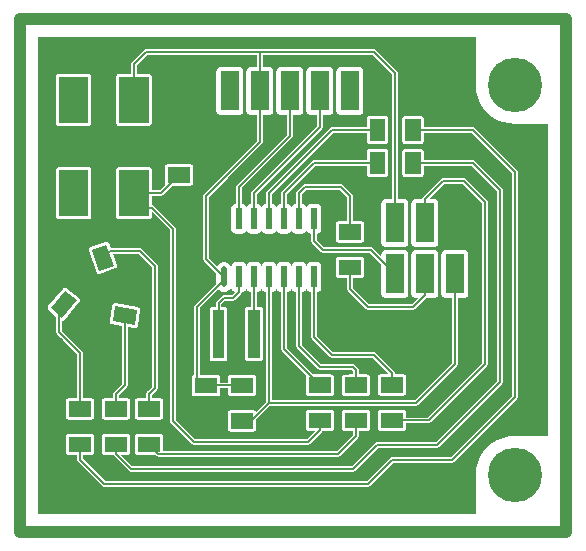
<source format=gbr>
G04 start of page 2 for group 0 idx 0 *
G04 Title: (unknown), top *
G04 Creator: pcb 20140316 *
G04 CreationDate: Wed Mar 11 08:06:14 2015 UTC *
G04 For: frankenteddy *
G04 Format: Gerber/RS-274X *
G04 PCB-Dimensions (mil): 1889.76 1771.65 *
G04 PCB-Coordinate-Origin: lower left *
%MOIN*%
%FSLAX25Y25*%
%LNTOP*%
%ADD21C,0.1772*%
%ADD20C,0.1812*%
%ADD19R,0.0200X0.0200*%
%ADD18C,0.0200*%
%ADD17R,0.0394X0.0394*%
%ADD16R,0.0984X0.0984*%
%ADD15R,0.0512X0.0512*%
%ADD14R,0.0600X0.0600*%
%ADD13C,0.0400*%
%ADD12C,0.0060*%
%ADD11C,0.0001*%
G54D11*G36*
X20974Y64600D02*X23100Y62474D01*
Y47719D01*
X20974Y47716D01*
Y64600D01*
G37*
G36*
X37695Y71785D02*X38151Y71706D01*
Y52589D01*
X37695Y52134D01*
Y71785D01*
G37*
G36*
X81500Y142166D02*X83100Y142170D01*
Y133538D01*
X81500Y131938D01*
Y142166D01*
G37*
G36*
Y162265D02*X83100D01*
Y158157D01*
X81500Y158153D01*
Y162265D01*
G37*
G36*
X126380Y121649D02*X126458Y121716D01*
X126560Y121836D01*
X126643Y121970D01*
X126703Y122115D01*
X126740Y122268D01*
X126749Y122425D01*
X126740Y130062D01*
X126703Y130215D01*
X126643Y130361D01*
X126560Y130495D01*
X126458Y130615D01*
X126380Y130681D01*
Y132649D01*
X126458Y132716D01*
X126560Y132836D01*
X126643Y132970D01*
X126703Y133115D01*
X126740Y133268D01*
X126749Y133425D01*
X126740Y141062D01*
X126703Y141215D01*
X126643Y141361D01*
X126560Y141495D01*
X126458Y141615D01*
X126380Y141681D01*
Y157513D01*
X128100Y155793D01*
Y114157D01*
X126380Y114153D01*
Y121649D01*
G37*
G36*
Y56513D02*X127100Y55793D01*
Y55719D01*
X126380Y55718D01*
Y56513D01*
G37*
G36*
X156000Y165228D02*Y152615D01*
X155965Y152165D01*
X156125Y150126D01*
X156603Y148137D01*
X157385Y146247D01*
X158454Y144503D01*
X159783Y142948D01*
X161338Y141620D01*
X163082Y140551D01*
X164972Y139768D01*
X166961Y139290D01*
X169000Y139130D01*
X169449Y139165D01*
X180063D01*
Y35165D01*
X169449D01*
X169000Y35201D01*
X168551Y35165D01*
X168000D01*
Y35122D01*
X166961Y35040D01*
X164972Y34563D01*
X163082Y33780D01*
X161338Y32711D01*
X159783Y31383D01*
X158454Y29827D01*
X157385Y28083D01*
X156603Y26194D01*
X156125Y24205D01*
X155965Y22165D01*
X156000Y21716D01*
Y9102D01*
X126380D01*
Y24273D01*
X128373Y26265D01*
X147965D01*
X148000Y26263D01*
X148141Y26274D01*
X148141Y26274D01*
X148279Y26307D01*
X148410Y26361D01*
X148531Y26435D01*
X148638Y26527D01*
X148661Y26554D01*
X169611Y47504D01*
X169638Y47527D01*
X169730Y47635D01*
X169804Y47756D01*
X169859Y47886D01*
X169892Y48024D01*
X169903Y48165D01*
X169900Y48201D01*
Y123130D01*
X169903Y123165D01*
X169892Y123306D01*
X169892Y123307D01*
X169859Y123444D01*
X169804Y123575D01*
X169730Y123696D01*
X169638Y123804D01*
X169611Y123827D01*
X155661Y137777D01*
X155638Y137804D01*
X155531Y137896D01*
X155410Y137970D01*
X155279Y138024D01*
X155141Y138057D01*
X155141Y138057D01*
X155000Y138068D01*
X154965Y138065D01*
X138553D01*
X138550Y141062D01*
X138513Y141215D01*
X138453Y141361D01*
X138370Y141495D01*
X138268Y141615D01*
X138148Y141717D01*
X138014Y141799D01*
X137869Y141859D01*
X137716Y141896D01*
X137559Y141905D01*
X132284Y141896D01*
X132131Y141859D01*
X131985Y141799D01*
X131851Y141717D01*
X131732Y141615D01*
X131629Y141495D01*
X131547Y141361D01*
X131487Y141215D01*
X131450Y141062D01*
X131441Y140905D01*
X131450Y133268D01*
X131487Y133115D01*
X131547Y132970D01*
X131629Y132836D01*
X131732Y132716D01*
X131851Y132614D01*
X131985Y132532D01*
X132131Y132471D01*
X132284Y132435D01*
X132441Y132425D01*
X137716Y132435D01*
X137869Y132471D01*
X138014Y132532D01*
X138148Y132614D01*
X138268Y132716D01*
X138370Y132836D01*
X138453Y132970D01*
X138513Y133115D01*
X138550Y133268D01*
X138559Y133425D01*
X138555Y136265D01*
X154627D01*
X168100Y122793D01*
Y48538D01*
X147627Y28065D01*
X128035D01*
X128000Y28068D01*
X127859Y28057D01*
X127721Y28024D01*
X127590Y27970D01*
X127469Y27896D01*
X127362Y27804D01*
X127339Y27777D01*
X126380Y26818D01*
Y31265D01*
X142965D01*
X143000Y31263D01*
X143141Y31274D01*
X143141Y31274D01*
X143279Y31307D01*
X143410Y31361D01*
X143531Y31435D01*
X143638Y31527D01*
X143661Y31554D01*
X164611Y52504D01*
X164638Y52527D01*
X164730Y52635D01*
X164730Y52635D01*
X164804Y52755D01*
X164859Y52886D01*
X164892Y53024D01*
X164903Y53165D01*
X164900Y53201D01*
Y117130D01*
X164903Y117165D01*
X164892Y117307D01*
X164859Y117444D01*
X164804Y117575D01*
X164759Y117649D01*
X164730Y117696D01*
X164638Y117804D01*
X164611Y117827D01*
X155661Y126777D01*
X155638Y126804D01*
X155531Y126896D01*
X155410Y126970D01*
X155279Y127024D01*
X155141Y127057D01*
X155141Y127057D01*
X155000Y127068D01*
X154965Y127065D01*
X138553D01*
X138550Y130062D01*
X138513Y130215D01*
X138453Y130361D01*
X138370Y130495D01*
X138268Y130615D01*
X138148Y130717D01*
X138014Y130799D01*
X137869Y130859D01*
X137716Y130896D01*
X137559Y130905D01*
X132284Y130896D01*
X132131Y130859D01*
X131985Y130799D01*
X131851Y130717D01*
X131732Y130615D01*
X131629Y130495D01*
X131547Y130361D01*
X131487Y130215D01*
X131450Y130062D01*
X131441Y129905D01*
X131450Y122268D01*
X131487Y122115D01*
X131547Y121970D01*
X131629Y121836D01*
X131732Y121716D01*
X131851Y121614D01*
X131985Y121532D01*
X132131Y121471D01*
X132284Y121435D01*
X132441Y121425D01*
X137716Y121435D01*
X137869Y121471D01*
X138014Y121532D01*
X138148Y121614D01*
X138268Y121716D01*
X138370Y121836D01*
X138453Y121970D01*
X138513Y122115D01*
X138550Y122268D01*
X138559Y122425D01*
X138555Y125265D01*
X154627D01*
X163100Y116793D01*
Y53538D01*
X142627Y33065D01*
X126380D01*
Y36799D01*
X131897Y36806D01*
X132050Y36842D01*
X132195Y36902D01*
X132330Y36985D01*
X132449Y37087D01*
X132552Y37207D01*
X132634Y37341D01*
X132694Y37486D01*
X132731Y37639D01*
X132740Y37796D01*
X132737Y39455D01*
X140155D01*
X140190Y39453D01*
X140331Y39464D01*
X140331Y39464D01*
X140469Y39497D01*
X140600Y39551D01*
X140721Y39625D01*
X140828Y39717D01*
X140851Y39744D01*
X159611Y58504D01*
X159638Y58527D01*
X159730Y58635D01*
X159730Y58635D01*
X159804Y58755D01*
X159859Y58886D01*
X159892Y59024D01*
X159903Y59165D01*
X159900Y59201D01*
Y113130D01*
X159903Y113165D01*
X159892Y113307D01*
X159859Y113444D01*
X159804Y113575D01*
X159759Y113649D01*
X159730Y113696D01*
X159638Y113804D01*
X159611Y113827D01*
X152661Y120777D01*
X152638Y120804D01*
X152531Y120896D01*
X152410Y120970D01*
X152279Y121024D01*
X152141Y121057D01*
X152141Y121057D01*
X152000Y121068D01*
X151965Y121065D01*
X145035D01*
X145000Y121068D01*
X144859Y121057D01*
X144721Y121024D01*
X144590Y120970D01*
X144469Y120896D01*
X144362Y120804D01*
X144339Y120777D01*
X138389Y114827D01*
X138362Y114804D01*
X138270Y114696D01*
X138196Y114575D01*
X138141Y114444D01*
X138108Y114307D01*
X138108Y114306D01*
X138097Y114165D01*
X138098Y114157D01*
X135765Y114151D01*
X135535Y114096D01*
X135317Y114006D01*
X135116Y113883D01*
X134936Y113729D01*
X134783Y113550D01*
X134659Y113348D01*
X134569Y113130D01*
X134514Y112901D01*
X134500Y112665D01*
X134514Y99430D01*
X134569Y99200D01*
X134659Y98982D01*
X134783Y98781D01*
X134936Y98601D01*
X135116Y98448D01*
X135317Y98325D01*
X135535Y98234D01*
X135765Y98179D01*
X136000Y98165D01*
X142235Y98179D01*
X142465Y98234D01*
X142683Y98325D01*
X142884Y98448D01*
X143064Y98601D01*
X143217Y98781D01*
X143341Y98982D01*
X143431Y99200D01*
X143486Y99430D01*
X143500Y99665D01*
X143486Y112901D01*
X143431Y113130D01*
X143341Y113348D01*
X143217Y113550D01*
X143064Y113729D01*
X142884Y113883D01*
X142683Y114006D01*
X142465Y114096D01*
X142235Y114151D01*
X142000Y114165D01*
X140269Y114162D01*
X145373Y119265D01*
X151627D01*
X158100Y112793D01*
Y59538D01*
X139817Y41255D01*
X132734D01*
X132731Y43071D01*
X132694Y43224D01*
X132634Y43370D01*
X132552Y43504D01*
X132449Y43624D01*
X132330Y43726D01*
X132195Y43808D01*
X132050Y43868D01*
X131897Y43905D01*
X131740Y43914D01*
X126380Y43908D01*
Y45265D01*
X135965D01*
X136000Y45263D01*
X136141Y45274D01*
X136141Y45274D01*
X136279Y45307D01*
X136410Y45361D01*
X136531Y45435D01*
X136638Y45527D01*
X136661Y45554D01*
X149611Y58504D01*
X149638Y58527D01*
X149730Y58635D01*
X149730Y58635D01*
X149804Y58755D01*
X149859Y58886D01*
X149892Y59024D01*
X149903Y59165D01*
X149900Y59201D01*
Y81174D01*
X152235Y81179D01*
X152465Y81234D01*
X152683Y81325D01*
X152884Y81448D01*
X153064Y81601D01*
X153217Y81781D01*
X153341Y81982D01*
X153431Y82200D01*
X153486Y82430D01*
X153500Y82665D01*
X153486Y95901D01*
X153431Y96130D01*
X153341Y96348D01*
X153217Y96550D01*
X153064Y96729D01*
X152884Y96883D01*
X152683Y97006D01*
X152465Y97096D01*
X152235Y97151D01*
X152000Y97165D01*
X145765Y97151D01*
X145535Y97096D01*
X145317Y97006D01*
X145116Y96883D01*
X144936Y96729D01*
X144783Y96550D01*
X144659Y96348D01*
X144569Y96130D01*
X144514Y95901D01*
X144500Y95665D01*
X144514Y82430D01*
X144569Y82200D01*
X144659Y81982D01*
X144783Y81781D01*
X144936Y81601D01*
X145116Y81448D01*
X145317Y81325D01*
X145535Y81234D01*
X145765Y81179D01*
X146000Y81165D01*
X148100Y81170D01*
Y59538D01*
X135627Y47065D01*
X126380D01*
Y48609D01*
X131897Y48616D01*
X132050Y48652D01*
X132195Y48712D01*
X132330Y48795D01*
X132449Y48897D01*
X132552Y49017D01*
X132634Y49151D01*
X132694Y49296D01*
X132731Y49449D01*
X132740Y49606D01*
X132731Y54881D01*
X132694Y55034D01*
X132634Y55180D01*
X132552Y55314D01*
X132449Y55434D01*
X132330Y55536D01*
X132195Y55618D01*
X132050Y55678D01*
X131897Y55715D01*
X131740Y55724D01*
X128900Y55721D01*
Y56130D01*
X128903Y56165D01*
X128892Y56307D01*
X128859Y56444D01*
X128804Y56575D01*
X128759Y56649D01*
X128730Y56696D01*
X128638Y56804D01*
X128611Y56827D01*
X126380Y59058D01*
Y77265D01*
X134965D01*
X135000Y77263D01*
X135141Y77274D01*
X135141Y77274D01*
X135279Y77307D01*
X135410Y77361D01*
X135531Y77435D01*
X135638Y77527D01*
X135661Y77554D01*
X139280Y81173D01*
X142235Y81179D01*
X142465Y81234D01*
X142683Y81325D01*
X142884Y81448D01*
X143064Y81601D01*
X143217Y81781D01*
X143341Y81982D01*
X143431Y82200D01*
X143486Y82430D01*
X143500Y82665D01*
X143486Y95901D01*
X143431Y96130D01*
X143341Y96348D01*
X143217Y96550D01*
X143064Y96729D01*
X142884Y96883D01*
X142683Y97006D01*
X142465Y97096D01*
X142235Y97151D01*
X142000Y97165D01*
X135765Y97151D01*
X135535Y97096D01*
X135317Y97006D01*
X135116Y96883D01*
X134936Y96729D01*
X134783Y96550D01*
X134659Y96348D01*
X134569Y96130D01*
X134514Y95901D01*
X134500Y95665D01*
X134514Y82430D01*
X134569Y82200D01*
X134659Y81982D01*
X134783Y81781D01*
X134936Y81601D01*
X135116Y81448D01*
X135317Y81325D01*
X135535Y81234D01*
X135765Y81179D01*
X136000Y81165D01*
X136729Y81167D01*
X134627Y79065D01*
X126380D01*
Y81166D01*
X132235Y81179D01*
X132465Y81234D01*
X132683Y81325D01*
X132884Y81448D01*
X133064Y81601D01*
X133217Y81781D01*
X133341Y81982D01*
X133431Y82200D01*
X133486Y82430D01*
X133500Y82665D01*
X133486Y95901D01*
X133431Y96130D01*
X133341Y96348D01*
X133217Y96550D01*
X133064Y96729D01*
X132884Y96883D01*
X132683Y97006D01*
X132465Y97096D01*
X132235Y97151D01*
X132000Y97165D01*
X126380Y97153D01*
Y98166D01*
X132235Y98179D01*
X132465Y98234D01*
X132683Y98325D01*
X132884Y98448D01*
X133064Y98601D01*
X133217Y98781D01*
X133341Y98982D01*
X133431Y99200D01*
X133486Y99430D01*
X133500Y99665D01*
X133486Y112901D01*
X133431Y113130D01*
X133341Y113348D01*
X133217Y113550D01*
X133064Y113729D01*
X132884Y113883D01*
X132683Y114006D01*
X132465Y114096D01*
X132235Y114151D01*
X132000Y114165D01*
X129900Y114161D01*
Y156130D01*
X129903Y156165D01*
X129892Y156306D01*
X129892Y156307D01*
X129859Y156444D01*
X129804Y156575D01*
X129730Y156696D01*
X129638Y156804D01*
X129611Y156827D01*
X126380Y160058D01*
Y168165D01*
X156000D01*
Y165228D01*
G37*
G36*
X126380Y160058D02*X122661Y163777D01*
X122638Y163804D01*
X122531Y163896D01*
X122484Y163924D01*
X122410Y163970D01*
X122279Y164024D01*
X122141Y164057D01*
X122000Y164068D01*
X121965Y164065D01*
X106620D01*
Y168165D01*
X126380D01*
Y160058D01*
G37*
G36*
Y141681D02*X126338Y141717D01*
X126204Y141799D01*
X126059Y141859D01*
X125906Y141896D01*
X125749Y141905D01*
X120474Y141896D01*
X120321Y141859D01*
X120175Y141799D01*
X120041Y141717D01*
X119922Y141615D01*
X119819Y141495D01*
X119737Y141361D01*
X119677Y141215D01*
X119640Y141062D01*
X119631Y140905D01*
X119634Y138065D01*
X114000D01*
Y142172D01*
X117235Y142179D01*
X117465Y142234D01*
X117683Y142325D01*
X117884Y142448D01*
X118064Y142601D01*
X118217Y142781D01*
X118341Y142982D01*
X118431Y143200D01*
X118486Y143430D01*
X118500Y143665D01*
X118486Y156901D01*
X118431Y157130D01*
X118341Y157348D01*
X118217Y157550D01*
X118064Y157729D01*
X117884Y157883D01*
X117683Y158006D01*
X117465Y158096D01*
X117235Y158151D01*
X117000Y158165D01*
X114000Y158159D01*
Y162265D01*
X121627D01*
X126380Y157513D01*
Y141681D01*
G37*
G36*
X114000Y138065D02*X108035D01*
X108000Y138068D01*
X107859Y138057D01*
X107721Y138024D01*
X107590Y137970D01*
X107469Y137896D01*
X107362Y137804D01*
X107339Y137777D01*
X106620Y137058D01*
Y142178D01*
X107235Y142179D01*
X107465Y142234D01*
X107683Y142325D01*
X107884Y142448D01*
X108064Y142601D01*
X108217Y142781D01*
X108341Y142982D01*
X108431Y143200D01*
X108486Y143430D01*
X108500Y143665D01*
X108486Y156901D01*
X108431Y157130D01*
X108341Y157348D01*
X108217Y157550D01*
X108064Y157729D01*
X107884Y157883D01*
X107683Y158006D01*
X107465Y158096D01*
X107235Y158151D01*
X107000Y158165D01*
X106620Y158165D01*
Y162265D01*
X114000D01*
Y158159D01*
X110765Y158151D01*
X110535Y158096D01*
X110317Y158006D01*
X110116Y157883D01*
X109936Y157729D01*
X109783Y157550D01*
X109659Y157348D01*
X109569Y157130D01*
X109514Y156901D01*
X109500Y156665D01*
X109514Y143430D01*
X109569Y143200D01*
X109659Y142982D01*
X109783Y142781D01*
X109936Y142601D01*
X110116Y142448D01*
X110317Y142325D01*
X110535Y142234D01*
X110765Y142179D01*
X111000Y142165D01*
X114000Y142172D01*
Y138065D01*
G37*
G36*
X126380Y130681D02*X126338Y130717D01*
X126204Y130799D01*
X126059Y130859D01*
X125906Y130896D01*
X125749Y130905D01*
X120474Y130896D01*
X120321Y130859D01*
X120175Y130799D01*
X120041Y130717D01*
X119922Y130615D01*
X119819Y130495D01*
X119737Y130361D01*
X119677Y130215D01*
X119640Y130062D01*
X119631Y129905D01*
X119634Y127065D01*
X106620D01*
Y134513D01*
X108373Y136265D01*
X119637D01*
X119640Y133268D01*
X119677Y133115D01*
X119737Y132970D01*
X119819Y132836D01*
X119922Y132716D01*
X120041Y132614D01*
X120175Y132532D01*
X120321Y132471D01*
X120474Y132435D01*
X120631Y132425D01*
X125906Y132435D01*
X126059Y132471D01*
X126204Y132532D01*
X126338Y132614D01*
X126380Y132649D01*
Y130681D01*
G37*
G36*
Y97153D02*X125765Y97151D01*
X125535Y97096D01*
X125317Y97006D01*
X125116Y96883D01*
X124936Y96729D01*
X124783Y96550D01*
X124659Y96348D01*
X124569Y96130D01*
X124514Y95901D01*
X124500Y95665D01*
X124501Y94937D01*
X121661Y97777D01*
X121638Y97804D01*
X121531Y97896D01*
X121484Y97924D01*
X121410Y97970D01*
X121279Y98024D01*
X121141Y98057D01*
X121000Y98068D01*
X120965Y98065D01*
X106620D01*
Y117265D01*
X110627D01*
X113100Y114793D01*
Y106719D01*
X110103Y106715D01*
X109950Y106678D01*
X109805Y106618D01*
X109670Y106536D01*
X109551Y106434D01*
X109448Y106314D01*
X109366Y106180D01*
X109306Y106034D01*
X109269Y105881D01*
X109260Y105724D01*
X109269Y100449D01*
X109306Y100296D01*
X109366Y100151D01*
X109448Y100017D01*
X109551Y99897D01*
X109670Y99795D01*
X109805Y99712D01*
X109950Y99652D01*
X110103Y99616D01*
X110260Y99606D01*
X117897Y99616D01*
X118050Y99652D01*
X118195Y99712D01*
X118330Y99795D01*
X118449Y99897D01*
X118552Y100017D01*
X118634Y100151D01*
X118694Y100296D01*
X118731Y100449D01*
X118740Y100606D01*
X118731Y105881D01*
X118694Y106034D01*
X118634Y106180D01*
X118552Y106314D01*
X118449Y106434D01*
X118330Y106536D01*
X118195Y106618D01*
X118050Y106678D01*
X117897Y106715D01*
X117740Y106724D01*
X114900Y106721D01*
Y115130D01*
X114903Y115165D01*
X114892Y115306D01*
X114892Y115307D01*
X114859Y115444D01*
X114804Y115575D01*
X114730Y115696D01*
X114638Y115804D01*
X114611Y115827D01*
X111661Y118777D01*
X111638Y118804D01*
X111531Y118896D01*
X111410Y118970D01*
X111279Y119024D01*
X111141Y119057D01*
X111141Y119057D01*
X111000Y119068D01*
X110965Y119065D01*
X106620D01*
Y125265D01*
X119637D01*
X119640Y122268D01*
X119677Y122115D01*
X119737Y121970D01*
X119819Y121836D01*
X119922Y121716D01*
X120041Y121614D01*
X120175Y121532D01*
X120321Y121471D01*
X120474Y121435D01*
X120631Y121425D01*
X125906Y121435D01*
X126059Y121471D01*
X126204Y121532D01*
X126338Y121614D01*
X126380Y121649D01*
Y114153D01*
X125765Y114151D01*
X125535Y114096D01*
X125317Y114006D01*
X125116Y113883D01*
X124936Y113729D01*
X124783Y113550D01*
X124659Y113348D01*
X124569Y113130D01*
X124514Y112901D01*
X124500Y112665D01*
X124514Y99430D01*
X124569Y99200D01*
X124659Y98982D01*
X124783Y98781D01*
X124936Y98601D01*
X125116Y98448D01*
X125317Y98325D01*
X125535Y98234D01*
X125765Y98179D01*
X126000Y98165D01*
X126380Y98166D01*
Y97153D01*
G37*
G36*
Y59058D02*X122661Y62777D01*
X122638Y62804D01*
X122531Y62896D01*
X122410Y62970D01*
X122279Y63024D01*
X122141Y63057D01*
X122141Y63057D01*
X122000Y63068D01*
X121965Y63065D01*
X108373D01*
X106620Y64818D01*
Y96265D01*
X120627D01*
X124503Y92389D01*
X124514Y82430D01*
X124569Y82200D01*
X124659Y81982D01*
X124783Y81781D01*
X124936Y81601D01*
X125116Y81448D01*
X125317Y81325D01*
X125535Y81234D01*
X125765Y81179D01*
X126000Y81165D01*
X126380Y81166D01*
Y79065D01*
X120373D01*
X114900Y84538D01*
Y87802D01*
X117897Y87806D01*
X118050Y87842D01*
X118195Y87902D01*
X118330Y87985D01*
X118449Y88087D01*
X118552Y88207D01*
X118634Y88341D01*
X118694Y88486D01*
X118731Y88639D01*
X118740Y88796D01*
X118731Y94071D01*
X118694Y94224D01*
X118634Y94370D01*
X118552Y94504D01*
X118449Y94624D01*
X118330Y94726D01*
X118195Y94808D01*
X118050Y94868D01*
X117897Y94905D01*
X117740Y94914D01*
X110103Y94905D01*
X109950Y94868D01*
X109805Y94808D01*
X109670Y94726D01*
X109551Y94624D01*
X109448Y94504D01*
X109366Y94370D01*
X109306Y94224D01*
X109269Y94071D01*
X109260Y93914D01*
X109269Y88639D01*
X109306Y88486D01*
X109366Y88341D01*
X109448Y88207D01*
X109551Y88087D01*
X109670Y87985D01*
X109805Y87902D01*
X109950Y87842D01*
X110103Y87806D01*
X110260Y87796D01*
X113100Y87800D01*
Y84201D01*
X113097Y84165D01*
X113108Y84024D01*
X113141Y83886D01*
X113196Y83756D01*
X113270Y83635D01*
X113270Y83635D01*
X113362Y83527D01*
X113388Y83504D01*
X119339Y77554D01*
X119362Y77527D01*
X119469Y77435D01*
X119469Y77435D01*
X119590Y77361D01*
X119721Y77307D01*
X119859Y77274D01*
X120000Y77263D01*
X120035Y77265D01*
X126380D01*
Y59058D01*
G37*
G36*
Y47065D02*X106620D01*
Y48519D01*
X107897Y48521D01*
X108050Y48557D01*
X108195Y48618D01*
X108330Y48700D01*
X108449Y48802D01*
X108552Y48922D01*
X108634Y49056D01*
X108694Y49201D01*
X108731Y49354D01*
X108740Y49511D01*
X108731Y54786D01*
X108694Y54939D01*
X108634Y55085D01*
X108552Y55219D01*
X108449Y55339D01*
X108330Y55441D01*
X108195Y55523D01*
X108050Y55583D01*
X107897Y55620D01*
X107740Y55629D01*
X106620Y55628D01*
Y57265D01*
X114627D01*
X115100Y56793D01*
Y55624D01*
X112103Y55620D01*
X111950Y55583D01*
X111805Y55523D01*
X111670Y55441D01*
X111551Y55339D01*
X111448Y55219D01*
X111366Y55085D01*
X111306Y54939D01*
X111269Y54786D01*
X111260Y54629D01*
X111269Y49354D01*
X111306Y49201D01*
X111366Y49056D01*
X111448Y48922D01*
X111551Y48802D01*
X111670Y48700D01*
X111805Y48618D01*
X111950Y48557D01*
X112103Y48521D01*
X112260Y48511D01*
X119897Y48521D01*
X120050Y48557D01*
X120195Y48618D01*
X120330Y48700D01*
X120449Y48802D01*
X120552Y48922D01*
X120634Y49056D01*
X120694Y49201D01*
X120731Y49354D01*
X120740Y49511D01*
X120731Y54786D01*
X120694Y54939D01*
X120634Y55085D01*
X120552Y55219D01*
X120449Y55339D01*
X120330Y55441D01*
X120195Y55523D01*
X120050Y55583D01*
X119897Y55620D01*
X119740Y55629D01*
X116900Y55626D01*
Y57130D01*
X116903Y57165D01*
X116892Y57306D01*
X116892Y57307D01*
X116859Y57444D01*
X116804Y57575D01*
X116730Y57696D01*
X116638Y57804D01*
X116611Y57827D01*
X115661Y58777D01*
X115638Y58804D01*
X115531Y58896D01*
X115410Y58970D01*
X115279Y59024D01*
X115141Y59057D01*
X115141Y59057D01*
X115000Y59068D01*
X114965Y59065D01*
X106620D01*
Y62273D01*
X107339Y61554D01*
X107362Y61527D01*
X107469Y61435D01*
X107590Y61361D01*
X107721Y61307D01*
X107859Y61274D01*
X107859D01*
X108000Y61263D01*
X108035Y61265D01*
X121627D01*
X126380Y56513D01*
Y55718D01*
X124103Y55715D01*
X123950Y55678D01*
X123805Y55618D01*
X123670Y55536D01*
X123551Y55434D01*
X123448Y55314D01*
X123366Y55180D01*
X123306Y55034D01*
X123269Y54881D01*
X123260Y54724D01*
X123269Y49449D01*
X123306Y49296D01*
X123366Y49151D01*
X123448Y49017D01*
X123551Y48897D01*
X123670Y48795D01*
X123805Y48712D01*
X123950Y48652D01*
X124103Y48616D01*
X124260Y48606D01*
X126380Y48609D01*
Y47065D01*
G37*
G36*
Y33065D02*X123035D01*
X123000Y33068D01*
X122859Y33057D01*
X122721Y33024D01*
X122590Y32970D01*
X122469Y32896D01*
X122362Y32804D01*
X122339Y32777D01*
X114627Y25065D01*
X106620D01*
Y28265D01*
X109965D01*
X110000Y28263D01*
X110141Y28274D01*
X110141Y28274D01*
X110279Y28307D01*
X110410Y28361D01*
X110531Y28435D01*
X110638Y28527D01*
X110661Y28554D01*
X116611Y34504D01*
X116638Y34527D01*
X116730Y34635D01*
X116804Y34756D01*
X116859Y34886D01*
X116892Y35024D01*
X116903Y35165D01*
X116900Y35201D01*
Y36707D01*
X119897Y36711D01*
X120050Y36747D01*
X120195Y36808D01*
X120330Y36890D01*
X120449Y36992D01*
X120552Y37112D01*
X120634Y37246D01*
X120694Y37391D01*
X120731Y37544D01*
X120740Y37701D01*
X120731Y42976D01*
X120694Y43129D01*
X120634Y43275D01*
X120552Y43409D01*
X120449Y43529D01*
X120330Y43631D01*
X120195Y43713D01*
X120050Y43773D01*
X119897Y43810D01*
X119740Y43819D01*
X112103Y43810D01*
X111950Y43773D01*
X111805Y43713D01*
X111670Y43631D01*
X111551Y43529D01*
X111448Y43409D01*
X111366Y43275D01*
X111306Y43129D01*
X111269Y42976D01*
X111260Y42819D01*
X111269Y37544D01*
X111306Y37391D01*
X111366Y37246D01*
X111448Y37112D01*
X111551Y36992D01*
X111670Y36890D01*
X111805Y36808D01*
X111950Y36747D01*
X112103Y36711D01*
X112260Y36701D01*
X115100Y36705D01*
Y35538D01*
X109627Y30065D01*
X106620D01*
Y36709D01*
X107897Y36711D01*
X108050Y36747D01*
X108195Y36808D01*
X108330Y36890D01*
X108449Y36992D01*
X108552Y37112D01*
X108634Y37246D01*
X108694Y37391D01*
X108731Y37544D01*
X108740Y37701D01*
X108731Y42976D01*
X108694Y43129D01*
X108634Y43275D01*
X108552Y43409D01*
X108449Y43529D01*
X108330Y43631D01*
X108195Y43713D01*
X108050Y43773D01*
X107897Y43810D01*
X107740Y43819D01*
X106620Y43818D01*
Y45265D01*
X126380D01*
Y43908D01*
X124103Y43905D01*
X123950Y43868D01*
X123805Y43808D01*
X123670Y43726D01*
X123551Y43624D01*
X123448Y43504D01*
X123366Y43370D01*
X123306Y43224D01*
X123269Y43071D01*
X123260Y42914D01*
X123269Y37639D01*
X123306Y37486D01*
X123366Y37341D01*
X123448Y37207D01*
X123551Y37087D01*
X123670Y36985D01*
X123805Y36902D01*
X123950Y36842D01*
X124103Y36806D01*
X124260Y36796D01*
X126380Y36799D01*
Y33065D01*
G37*
G36*
Y26818D02*X119627Y20065D01*
X106620D01*
Y23265D01*
X114965D01*
X115000Y23263D01*
X115141Y23274D01*
X115141Y23274D01*
X115279Y23307D01*
X115410Y23361D01*
X115531Y23435D01*
X115638Y23527D01*
X115661Y23554D01*
X123373Y31265D01*
X126380D01*
Y26818D01*
G37*
G36*
Y9102D02*X106620D01*
Y18265D01*
X119965D01*
X120000Y18263D01*
X120141Y18274D01*
X120141Y18274D01*
X120279Y18307D01*
X120410Y18361D01*
X120531Y18435D01*
X120638Y18527D01*
X120661Y18554D01*
X126380Y24273D01*
Y9102D01*
G37*
G36*
X106620Y164065D02*X88000D01*
X88000Y164065D01*
X84035D01*
X84000Y164068D01*
X83965Y164065D01*
X81500D01*
Y168165D01*
X106620D01*
Y164065D01*
G37*
G36*
Y158165D02*X100765Y158151D01*
X100535Y158096D01*
X100317Y158006D01*
X100116Y157883D01*
X99936Y157729D01*
X99783Y157550D01*
X99659Y157348D01*
X99569Y157130D01*
X99514Y156901D01*
X99500Y156665D01*
X99514Y143430D01*
X99569Y143200D01*
X99659Y142982D01*
X99783Y142781D01*
X99936Y142601D01*
X100116Y142448D01*
X100317Y142325D01*
X100535Y142234D01*
X100765Y142179D01*
X101000Y142165D01*
X103100Y142170D01*
Y138538D01*
X81500Y116938D01*
Y121393D01*
X94611Y134504D01*
X94638Y134527D01*
X94730Y134635D01*
X94730Y134635D01*
X94804Y134756D01*
X94859Y134886D01*
X94892Y135024D01*
X94903Y135165D01*
X94900Y135201D01*
Y142174D01*
X97235Y142179D01*
X97465Y142234D01*
X97683Y142325D01*
X97884Y142448D01*
X98064Y142601D01*
X98217Y142781D01*
X98341Y142982D01*
X98431Y143200D01*
X98486Y143430D01*
X98500Y143665D01*
X98486Y156901D01*
X98431Y157130D01*
X98341Y157348D01*
X98217Y157550D01*
X98064Y157729D01*
X97884Y157883D01*
X97683Y158006D01*
X97465Y158096D01*
X97235Y158151D01*
X97000Y158165D01*
X90765Y158151D01*
X90535Y158096D01*
X90317Y158006D01*
X90116Y157883D01*
X89936Y157729D01*
X89783Y157550D01*
X89659Y157348D01*
X89569Y157130D01*
X89514Y156901D01*
X89500Y156665D01*
X89514Y143430D01*
X89569Y143200D01*
X89659Y142982D01*
X89783Y142781D01*
X89936Y142601D01*
X90116Y142448D01*
X90317Y142325D01*
X90535Y142234D01*
X90765Y142179D01*
X91000Y142165D01*
X93100Y142170D01*
Y135538D01*
X81500Y123938D01*
Y129393D01*
X84611Y132504D01*
X84638Y132527D01*
X84730Y132635D01*
X84730Y132635D01*
X84804Y132756D01*
X84859Y132886D01*
X84892Y133024D01*
X84903Y133165D01*
X84900Y133201D01*
Y142174D01*
X87235Y142179D01*
X87465Y142234D01*
X87683Y142325D01*
X87884Y142448D01*
X88064Y142601D01*
X88217Y142781D01*
X88341Y142982D01*
X88431Y143200D01*
X88486Y143430D01*
X88500Y143665D01*
X88486Y156901D01*
X88431Y157130D01*
X88341Y157348D01*
X88217Y157550D01*
X88064Y157729D01*
X87884Y157883D01*
X87683Y158006D01*
X87465Y158096D01*
X87235Y158151D01*
X87000Y158165D01*
X84900Y158161D01*
Y162265D01*
X88000D01*
X88000Y162265D01*
X106620D01*
Y158165D01*
G37*
G36*
Y47065D02*X87900D01*
Y83177D01*
X88235Y83179D01*
X88465Y83234D01*
X88683Y83325D01*
X88884Y83448D01*
X89064Y83601D01*
X89217Y83781D01*
X89341Y83982D01*
X89431Y84200D01*
X89486Y84430D01*
X89500Y84665D01*
X89486Y91901D01*
X89431Y92130D01*
X89341Y92348D01*
X89217Y92550D01*
X89064Y92729D01*
X88884Y92883D01*
X88683Y93006D01*
X88465Y93096D01*
X88235Y93151D01*
X88000Y93165D01*
X85765Y93151D01*
X85535Y93096D01*
X85317Y93006D01*
X85116Y92883D01*
X84936Y92729D01*
X84783Y92550D01*
X84659Y92348D01*
X84569Y92130D01*
X84514Y91901D01*
X84500Y91665D01*
X84514Y84430D01*
X84569Y84200D01*
X84659Y83982D01*
X84783Y83781D01*
X84936Y83601D01*
X85116Y83448D01*
X85317Y83325D01*
X85535Y83234D01*
X85765Y83179D01*
X86000Y83165D01*
X86100Y83166D01*
Y46538D01*
X82665Y43104D01*
X82634Y43180D01*
X82552Y43314D01*
X82449Y43434D01*
X82330Y43536D01*
X82195Y43618D01*
X82050Y43678D01*
X81897Y43715D01*
X81740Y43724D01*
X81500Y43724D01*
Y48425D01*
X81897Y48426D01*
X82050Y48462D01*
X82195Y48523D01*
X82330Y48605D01*
X82449Y48707D01*
X82552Y48827D01*
X82634Y48961D01*
X82694Y49107D01*
X82731Y49260D01*
X82740Y49416D01*
X82731Y54691D01*
X82694Y54844D01*
X82634Y54990D01*
X82552Y55124D01*
X82449Y55244D01*
X82330Y55346D01*
X82195Y55428D01*
X82050Y55488D01*
X81897Y55525D01*
X81740Y55534D01*
X81500Y55534D01*
Y60098D01*
X84125Y60104D01*
X84278Y60140D01*
X84424Y60201D01*
X84558Y60283D01*
X84678Y60385D01*
X84780Y60505D01*
X84862Y60639D01*
X84922Y60785D01*
X84959Y60938D01*
X84969Y61094D01*
X84959Y77393D01*
X84922Y77546D01*
X84862Y77692D01*
X84780Y77826D01*
X84678Y77946D01*
X84558Y78048D01*
X84424Y78130D01*
X84278Y78190D01*
X84125Y78227D01*
X83969Y78236D01*
X82900Y78234D01*
Y83177D01*
X83235Y83179D01*
X83465Y83234D01*
X83683Y83325D01*
X83884Y83448D01*
X84064Y83601D01*
X84217Y83781D01*
X84341Y83982D01*
X84431Y84200D01*
X84486Y84430D01*
X84500Y84665D01*
X84486Y91901D01*
X84431Y92130D01*
X84341Y92348D01*
X84217Y92550D01*
X84064Y92729D01*
X83884Y92883D01*
X83683Y93006D01*
X83465Y93096D01*
X83235Y93151D01*
X83000Y93165D01*
X81500Y93156D01*
Y102568D01*
X83235Y102579D01*
X83465Y102634D01*
X83683Y102725D01*
X83884Y102848D01*
X84064Y103001D01*
X84217Y103181D01*
X84341Y103382D01*
X84431Y103600D01*
X84486Y103830D01*
X84500Y104065D01*
X84486Y111301D01*
X84431Y111530D01*
X84341Y111748D01*
X84217Y111950D01*
X84064Y112129D01*
X83884Y112283D01*
X83683Y112406D01*
X83465Y112496D01*
X83235Y112551D01*
X83000Y112565D01*
X82900Y112565D01*
Y115793D01*
X104611Y137504D01*
X104638Y137527D01*
X104730Y137635D01*
X104804Y137756D01*
X104859Y137886D01*
X104892Y138024D01*
X104903Y138165D01*
X104900Y138201D01*
Y142174D01*
X106620Y142178D01*
Y137058D01*
X86389Y116827D01*
X86362Y116804D01*
X86270Y116696D01*
X86196Y116575D01*
X86141Y116444D01*
X86108Y116307D01*
X86108Y116306D01*
X86097Y116165D01*
X86100Y116130D01*
Y112554D01*
X85765Y112551D01*
X85535Y112496D01*
X85317Y112406D01*
X85116Y112283D01*
X84936Y112129D01*
X84783Y111950D01*
X84659Y111748D01*
X84569Y111530D01*
X84514Y111301D01*
X84500Y111065D01*
X84514Y103830D01*
X84569Y103600D01*
X84659Y103382D01*
X84783Y103181D01*
X84936Y103001D01*
X85116Y102848D01*
X85317Y102725D01*
X85535Y102634D01*
X85765Y102579D01*
X86000Y102565D01*
X88235Y102579D01*
X88465Y102634D01*
X88683Y102725D01*
X88884Y102848D01*
X89064Y103001D01*
X89217Y103181D01*
X89341Y103382D01*
X89431Y103600D01*
X89486Y103830D01*
X89500Y104065D01*
X89486Y111301D01*
X89431Y111530D01*
X89341Y111748D01*
X89217Y111950D01*
X89064Y112129D01*
X88884Y112283D01*
X88683Y112406D01*
X88465Y112496D01*
X88235Y112551D01*
X88000Y112565D01*
X87900Y112565D01*
Y115793D01*
X106620Y134513D01*
Y127065D01*
X102035D01*
X102000Y127068D01*
X101859Y127057D01*
X101721Y127024D01*
X101590Y126970D01*
X101469Y126896D01*
X101362Y126804D01*
X101339Y126777D01*
X91389Y116827D01*
X91362Y116804D01*
X91270Y116696D01*
X91196Y116575D01*
X91141Y116444D01*
X91108Y116307D01*
X91108Y116306D01*
X91097Y116165D01*
X91100Y116130D01*
Y112554D01*
X90765Y112551D01*
X90535Y112496D01*
X90317Y112406D01*
X90116Y112283D01*
X89936Y112129D01*
X89783Y111950D01*
X89659Y111748D01*
X89569Y111530D01*
X89514Y111301D01*
X89500Y111065D01*
X89514Y103830D01*
X89569Y103600D01*
X89659Y103382D01*
X89783Y103181D01*
X89936Y103001D01*
X90116Y102848D01*
X90317Y102725D01*
X90535Y102634D01*
X90765Y102579D01*
X91000Y102565D01*
X93235Y102579D01*
X93465Y102634D01*
X93683Y102725D01*
X93884Y102848D01*
X94064Y103001D01*
X94217Y103181D01*
X94341Y103382D01*
X94431Y103600D01*
X94486Y103830D01*
X94500Y104065D01*
X94486Y111301D01*
X94431Y111530D01*
X94341Y111748D01*
X94217Y111950D01*
X94064Y112129D01*
X93884Y112283D01*
X93683Y112406D01*
X93465Y112496D01*
X93235Y112551D01*
X93000Y112565D01*
X92900Y112565D01*
Y115793D01*
X102373Y125265D01*
X106620D01*
Y119065D01*
X99035D01*
X99000Y119068D01*
X98859Y119057D01*
X98721Y119024D01*
X98590Y118970D01*
X98469Y118896D01*
X98362Y118804D01*
X98339Y118777D01*
X96389Y116827D01*
X96362Y116804D01*
X96270Y116696D01*
X96196Y116575D01*
X96141Y116444D01*
X96108Y116307D01*
X96108Y116306D01*
X96097Y116165D01*
X96100Y116130D01*
Y112554D01*
X95765Y112551D01*
X95535Y112496D01*
X95317Y112406D01*
X95116Y112283D01*
X94936Y112129D01*
X94783Y111950D01*
X94659Y111748D01*
X94569Y111530D01*
X94514Y111301D01*
X94500Y111065D01*
X94514Y103830D01*
X94569Y103600D01*
X94659Y103382D01*
X94783Y103181D01*
X94936Y103001D01*
X95116Y102848D01*
X95317Y102725D01*
X95535Y102634D01*
X95765Y102579D01*
X96000Y102565D01*
X98235Y102579D01*
X98465Y102634D01*
X98683Y102725D01*
X98884Y102848D01*
X99064Y103001D01*
X99217Y103181D01*
X99341Y103382D01*
X99431Y103600D01*
X99486Y103830D01*
X99500Y104065D01*
X99486Y111301D01*
X99431Y111530D01*
X99341Y111748D01*
X99217Y111950D01*
X99064Y112129D01*
X98884Y112283D01*
X98683Y112406D01*
X98465Y112496D01*
X98235Y112551D01*
X98000Y112565D01*
X97900Y112565D01*
Y115793D01*
X99373Y117265D01*
X106620D01*
Y98065D01*
X105373D01*
X102900Y100538D01*
Y102577D01*
X103235Y102579D01*
X103465Y102634D01*
X103683Y102725D01*
X103884Y102848D01*
X104064Y103001D01*
X104217Y103181D01*
X104341Y103382D01*
X104431Y103600D01*
X104486Y103830D01*
X104500Y104065D01*
X104486Y111301D01*
X104431Y111530D01*
X104341Y111748D01*
X104217Y111950D01*
X104064Y112129D01*
X103884Y112283D01*
X103683Y112406D01*
X103465Y112496D01*
X103235Y112551D01*
X103000Y112565D01*
X100765Y112551D01*
X100535Y112496D01*
X100317Y112406D01*
X100116Y112283D01*
X99936Y112129D01*
X99783Y111950D01*
X99659Y111748D01*
X99569Y111530D01*
X99514Y111301D01*
X99500Y111065D01*
X99514Y103830D01*
X99569Y103600D01*
X99659Y103382D01*
X99783Y103181D01*
X99936Y103001D01*
X100116Y102848D01*
X100317Y102725D01*
X100535Y102634D01*
X100765Y102579D01*
X101000Y102565D01*
X101100Y102566D01*
Y100201D01*
X101097Y100165D01*
X101108Y100024D01*
Y100024D01*
X101141Y99886D01*
X101196Y99756D01*
X101270Y99635D01*
X101362Y99527D01*
X101389Y99504D01*
X104339Y96554D01*
X104362Y96527D01*
X104469Y96435D01*
X104469Y96435D01*
X104590Y96361D01*
X104721Y96307D01*
X104859Y96274D01*
X105000Y96263D01*
X105035Y96265D01*
X106620D01*
Y64818D01*
X102900Y68538D01*
Y83177D01*
X103235Y83179D01*
X103465Y83234D01*
X103683Y83325D01*
X103884Y83448D01*
X104064Y83601D01*
X104217Y83781D01*
X104341Y83982D01*
X104431Y84200D01*
X104486Y84430D01*
X104500Y84665D01*
X104486Y91901D01*
X104431Y92130D01*
X104341Y92348D01*
X104217Y92550D01*
X104064Y92729D01*
X103884Y92883D01*
X103683Y93006D01*
X103465Y93096D01*
X103235Y93151D01*
X103000Y93165D01*
X100765Y93151D01*
X100535Y93096D01*
X100317Y93006D01*
X100116Y92883D01*
X99936Y92729D01*
X99783Y92550D01*
X99659Y92348D01*
X99569Y92130D01*
X99514Y91901D01*
X99500Y91665D01*
X99514Y84430D01*
X99569Y84200D01*
X99659Y83982D01*
X99783Y83781D01*
X99936Y83601D01*
X100116Y83448D01*
X100317Y83325D01*
X100535Y83234D01*
X100765Y83179D01*
X101000Y83165D01*
X101100Y83166D01*
Y68201D01*
X101097Y68165D01*
X101108Y68024D01*
Y68024D01*
X101141Y67886D01*
X101196Y67756D01*
X101270Y67635D01*
X101362Y67527D01*
X101389Y67504D01*
X106620Y62273D01*
Y59065D01*
X104373D01*
X97900Y65538D01*
Y83177D01*
X98235Y83179D01*
X98465Y83234D01*
X98683Y83325D01*
X98884Y83448D01*
X99064Y83601D01*
X99217Y83781D01*
X99341Y83982D01*
X99431Y84200D01*
X99486Y84430D01*
X99500Y84665D01*
X99486Y91901D01*
X99431Y92130D01*
X99341Y92348D01*
X99217Y92550D01*
X99064Y92729D01*
X98884Y92883D01*
X98683Y93006D01*
X98465Y93096D01*
X98235Y93151D01*
X98000Y93165D01*
X95765Y93151D01*
X95535Y93096D01*
X95317Y93006D01*
X95116Y92883D01*
X94936Y92729D01*
X94783Y92550D01*
X94659Y92348D01*
X94569Y92130D01*
X94514Y91901D01*
X94500Y91665D01*
X94514Y84430D01*
X94569Y84200D01*
X94659Y83982D01*
X94783Y83781D01*
X94936Y83601D01*
X95116Y83448D01*
X95317Y83325D01*
X95535Y83234D01*
X95765Y83179D01*
X96000Y83165D01*
X96100Y83166D01*
Y65201D01*
X96097Y65165D01*
X96108Y65024D01*
Y65024D01*
X96141Y64886D01*
X96196Y64756D01*
X96270Y64635D01*
X96362Y64527D01*
X96389Y64504D01*
X103339Y57554D01*
X103362Y57527D01*
X103469Y57435D01*
X103590Y57361D01*
X103721Y57307D01*
X103859Y57274D01*
X103859D01*
X104000Y57263D01*
X104035Y57265D01*
X106620D01*
Y55628D01*
X101721Y55622D01*
X92900Y64443D01*
Y83177D01*
X93235Y83179D01*
X93465Y83234D01*
X93683Y83325D01*
X93884Y83448D01*
X94064Y83601D01*
X94217Y83781D01*
X94341Y83982D01*
X94431Y84200D01*
X94486Y84430D01*
X94500Y84665D01*
X94486Y91901D01*
X94431Y92130D01*
X94341Y92348D01*
X94217Y92550D01*
X94064Y92729D01*
X93884Y92883D01*
X93683Y93006D01*
X93465Y93096D01*
X93235Y93151D01*
X93000Y93165D01*
X90765Y93151D01*
X90535Y93096D01*
X90317Y93006D01*
X90116Y92883D01*
X89936Y92729D01*
X89783Y92550D01*
X89659Y92348D01*
X89569Y92130D01*
X89514Y91901D01*
X89500Y91665D01*
X89514Y84430D01*
X89569Y84200D01*
X89659Y83982D01*
X89783Y83781D01*
X89936Y83601D01*
X90116Y83448D01*
X90317Y83325D01*
X90535Y83234D01*
X90765Y83179D01*
X91000Y83165D01*
X91100Y83166D01*
Y64106D01*
X91097Y64070D01*
X91108Y63929D01*
X91141Y63792D01*
X91196Y63661D01*
X91270Y63540D01*
X91270Y63540D01*
X91362Y63432D01*
X91388Y63409D01*
X99508Y55289D01*
X99448Y55219D01*
X99366Y55085D01*
X99306Y54939D01*
X99269Y54786D01*
X99260Y54629D01*
X99269Y49354D01*
X99306Y49201D01*
X99366Y49056D01*
X99448Y48922D01*
X99551Y48802D01*
X99670Y48700D01*
X99805Y48618D01*
X99950Y48557D01*
X100103Y48521D01*
X100260Y48511D01*
X106620Y48519D01*
Y47065D01*
G37*
G36*
Y43818D02*X100103Y43810D01*
X99950Y43773D01*
X99805Y43713D01*
X99670Y43631D01*
X99551Y43529D01*
X99448Y43409D01*
X99366Y43275D01*
X99306Y43129D01*
X99269Y42976D01*
X99260Y42819D01*
X99269Y37544D01*
X99306Y37391D01*
X99366Y37246D01*
X99448Y37112D01*
X99551Y36992D01*
X99670Y36890D01*
X99805Y36808D01*
X99950Y36747D01*
X100103Y36711D01*
X100260Y36701D01*
X102266Y36704D01*
X99627Y34065D01*
X81500D01*
Y36615D01*
X81897Y36616D01*
X82050Y36652D01*
X82195Y36713D01*
X82330Y36795D01*
X82449Y36897D01*
X82552Y37017D01*
X82634Y37151D01*
X82694Y37297D01*
X82731Y37450D01*
X82740Y37606D01*
X82735Y40627D01*
X87373Y45265D01*
X106620D01*
Y43818D01*
G37*
G36*
Y30065D02*X81500D01*
Y32265D01*
X99965D01*
X100000Y32263D01*
X100141Y32274D01*
X100141Y32274D01*
X100279Y32307D01*
X100410Y32361D01*
X100531Y32435D01*
X100638Y32527D01*
X100661Y32554D01*
X104611Y36504D01*
X104638Y36527D01*
X104730Y36635D01*
X104730Y36635D01*
X104775Y36707D01*
X106620Y36709D01*
Y30065D01*
G37*
G36*
Y25065D02*X81500D01*
Y28265D01*
X106620D01*
Y25065D01*
G37*
G36*
Y20065D02*X81500D01*
Y23265D01*
X106620D01*
Y20065D01*
G37*
G36*
Y9102D02*X81500D01*
Y18265D01*
X106620D01*
Y9102D01*
G37*
G36*
X81500Y164065D02*X46035D01*
X46000Y164068D01*
X45859Y164057D01*
X45721Y164024D01*
X45590Y163970D01*
X45469Y163896D01*
X45362Y163804D01*
X45339Y163777D01*
X41389Y159827D01*
X41362Y159804D01*
X41270Y159696D01*
X41196Y159575D01*
X41141Y159444D01*
X41108Y159307D01*
X41108Y159306D01*
X41097Y159165D01*
X41100Y159130D01*
Y155837D01*
X37695Y155834D01*
Y168165D01*
X81500D01*
Y164065D01*
G37*
G36*
Y55534D02*X74103Y55525D01*
X73950Y55488D01*
X73805Y55428D01*
X73670Y55346D01*
X73551Y55244D01*
X73448Y55124D01*
X73366Y54990D01*
X73360Y54975D01*
Y80265D01*
X74965D01*
X75000Y80263D01*
X75141Y80274D01*
X75141Y80274D01*
X75279Y80307D01*
X75410Y80361D01*
X75531Y80435D01*
X75638Y80527D01*
X75661Y80554D01*
X77611Y82504D01*
X77638Y82527D01*
X77730Y82635D01*
X77804Y82756D01*
X77859Y82886D01*
X77892Y83024D01*
X77903Y83165D01*
X77902Y83177D01*
X78235Y83179D01*
X78465Y83234D01*
X78683Y83325D01*
X78884Y83448D01*
X79064Y83601D01*
X79217Y83781D01*
X79341Y83982D01*
X79431Y84200D01*
X79486Y84430D01*
X79500Y84665D01*
X79486Y91901D01*
X79431Y92130D01*
X79341Y92348D01*
X79217Y92550D01*
X79064Y92729D01*
X78884Y92883D01*
X78683Y93006D01*
X78465Y93096D01*
X78235Y93151D01*
X78000Y93165D01*
X75765Y93151D01*
X75535Y93096D01*
X75317Y93006D01*
X75116Y92883D01*
X74936Y92729D01*
X74783Y92550D01*
X74659Y92348D01*
X74569Y92130D01*
X74514Y91901D01*
X74500Y91665D01*
X74514Y84430D01*
X74569Y84200D01*
X74659Y83982D01*
X74783Y83781D01*
X74936Y83601D01*
X75116Y83448D01*
X75317Y83325D01*
X75535Y83234D01*
X75746Y83184D01*
X74627Y82065D01*
X73360D01*
Y83567D01*
X73474Y83637D01*
X73773Y83892D01*
X74029Y84191D01*
X74234Y84527D01*
X74385Y84890D01*
X74477Y85273D01*
X74500Y85665D01*
Y90665D01*
X74477Y91058D01*
X74385Y91440D01*
X74234Y91804D01*
X74029Y92139D01*
X73773Y92439D01*
X73474Y92694D01*
X73360Y92764D01*
Y121253D01*
X81500Y129393D01*
Y123938D01*
X76389Y118827D01*
X76362Y118804D01*
X76270Y118696D01*
X76196Y118575D01*
X76141Y118444D01*
X76108Y118307D01*
X76108Y118306D01*
X76097Y118165D01*
X76100Y118130D01*
Y112554D01*
X75765Y112551D01*
X75535Y112496D01*
X75317Y112406D01*
X75116Y112283D01*
X74936Y112129D01*
X74783Y111950D01*
X74659Y111748D01*
X74569Y111530D01*
X74514Y111301D01*
X74500Y111065D01*
X74514Y103830D01*
X74569Y103600D01*
X74659Y103382D01*
X74783Y103181D01*
X74936Y103001D01*
X75116Y102848D01*
X75317Y102725D01*
X75535Y102634D01*
X75765Y102579D01*
X76000Y102565D01*
X78235Y102579D01*
X78465Y102634D01*
X78683Y102725D01*
X78884Y102848D01*
X79064Y103001D01*
X79217Y103181D01*
X79341Y103382D01*
X79431Y103600D01*
X79486Y103830D01*
X79500Y104065D01*
X79486Y111301D01*
X79431Y111530D01*
X79341Y111748D01*
X79217Y111950D01*
X79064Y112129D01*
X78884Y112283D01*
X78683Y112406D01*
X78465Y112496D01*
X78235Y112551D01*
X78000Y112565D01*
X77900Y112565D01*
Y117793D01*
X81500Y121393D01*
Y116938D01*
X81389Y116827D01*
X81362Y116804D01*
X81270Y116696D01*
X81196Y116575D01*
X81141Y116444D01*
X81108Y116307D01*
X81108Y116306D01*
X81097Y116165D01*
X81100Y116130D01*
Y112554D01*
X80765Y112551D01*
X80535Y112496D01*
X80317Y112406D01*
X80116Y112283D01*
X79936Y112129D01*
X79783Y111950D01*
X79659Y111748D01*
X79569Y111530D01*
X79514Y111301D01*
X79500Y111065D01*
X79514Y103830D01*
X79569Y103600D01*
X79659Y103382D01*
X79783Y103181D01*
X79936Y103001D01*
X80116Y102848D01*
X80317Y102725D01*
X80535Y102634D01*
X80765Y102579D01*
X81000Y102565D01*
X81500Y102568D01*
Y93156D01*
X80765Y93151D01*
X80535Y93096D01*
X80317Y93006D01*
X80116Y92883D01*
X79936Y92729D01*
X79783Y92550D01*
X79659Y92348D01*
X79569Y92130D01*
X79514Y91901D01*
X79500Y91665D01*
X79514Y84430D01*
X79569Y84200D01*
X79659Y83982D01*
X79783Y83781D01*
X79936Y83601D01*
X80116Y83448D01*
X80317Y83325D01*
X80535Y83234D01*
X80765Y83179D01*
X81000Y83165D01*
X81100Y83166D01*
Y78230D01*
X79875Y78227D01*
X79722Y78190D01*
X79576Y78130D01*
X79442Y78048D01*
X79322Y77946D01*
X79220Y77826D01*
X79138Y77692D01*
X79078Y77546D01*
X79041Y77393D01*
X79031Y77236D01*
X79041Y60938D01*
X79078Y60785D01*
X79138Y60639D01*
X79220Y60505D01*
X79322Y60385D01*
X79442Y60283D01*
X79576Y60201D01*
X79722Y60140D01*
X79875Y60104D01*
X80031Y60094D01*
X81500Y60098D01*
Y55534D01*
G37*
G36*
X73360Y92764D02*X73138Y92900D01*
X72775Y93050D01*
X72392Y93142D01*
X72000Y93173D01*
X71608Y93142D01*
X71225Y93050D01*
X70862Y92900D01*
X70526Y92694D01*
X70227Y92439D01*
X69971Y92139D01*
X69766Y91804D01*
X69727Y91711D01*
X66900Y94538D01*
Y114793D01*
X73360Y121253D01*
Y92764D01*
G37*
G36*
Y54975D02*X73306Y54844D01*
X73269Y54691D01*
X73260Y54534D01*
X73263Y52875D01*
X70734D01*
X70731Y54596D01*
X70694Y54749D01*
X70634Y54895D01*
X70552Y55029D01*
X70449Y55149D01*
X70330Y55251D01*
X70195Y55333D01*
X70050Y55393D01*
X69897Y55430D01*
X69740Y55439D01*
X63900Y55432D01*
Y77793D01*
X70122Y84015D01*
X70227Y83892D01*
X70526Y83637D01*
X70862Y83431D01*
X71225Y83280D01*
X71608Y83189D01*
X72000Y83158D01*
X72392Y83189D01*
X72775Y83280D01*
X73138Y83431D01*
X73360Y83567D01*
Y82065D01*
X72035D01*
X72000Y82068D01*
X71859Y82057D01*
X71721Y82024D01*
X71590Y81970D01*
X71469Y81896D01*
X71362Y81804D01*
X71339Y81777D01*
X69577Y80016D01*
X69551Y79993D01*
X69459Y79885D01*
X69385Y79764D01*
X69330Y79633D01*
X69297Y79496D01*
X69297Y79495D01*
X69286Y79354D01*
X69289Y79319D01*
Y78230D01*
X68064Y78227D01*
X67910Y78190D01*
X67765Y78130D01*
X67631Y78048D01*
X67511Y77946D01*
X67409Y77826D01*
X67327Y77692D01*
X67266Y77546D01*
X67230Y77393D01*
X67220Y77236D01*
X67230Y60938D01*
X67266Y60785D01*
X67327Y60639D01*
X67409Y60505D01*
X67511Y60385D01*
X67631Y60283D01*
X67765Y60201D01*
X67910Y60140D01*
X68064Y60104D01*
X68220Y60094D01*
X72314Y60104D01*
X72467Y60140D01*
X72613Y60201D01*
X72747Y60283D01*
X72867Y60385D01*
X72969Y60505D01*
X73051Y60639D01*
X73111Y60785D01*
X73148Y60938D01*
X73157Y61094D01*
X73148Y77393D01*
X73111Y77546D01*
X73051Y77692D01*
X72969Y77826D01*
X72867Y77946D01*
X72747Y78048D01*
X72613Y78130D01*
X72467Y78190D01*
X72314Y78227D01*
X72157Y78236D01*
X71089Y78234D01*
Y78982D01*
X72373Y80265D01*
X73360D01*
Y54975D01*
G37*
G36*
X74000Y48450D02*X74103Y48426D01*
X74260Y48416D01*
X81500Y48425D01*
Y43724D01*
X74103Y43715D01*
X74000Y43690D01*
Y48450D01*
G37*
G36*
Y162265D02*X81500D01*
Y158153D01*
X80765Y158151D01*
X80535Y158096D01*
X80317Y158006D01*
X80116Y157883D01*
X79936Y157729D01*
X79783Y157550D01*
X79659Y157348D01*
X79569Y157130D01*
X79514Y156901D01*
X79500Y156665D01*
X79514Y143430D01*
X79569Y143200D01*
X79659Y142982D01*
X79783Y142781D01*
X79936Y142601D01*
X80116Y142448D01*
X80317Y142325D01*
X80535Y142234D01*
X80765Y142179D01*
X81000Y142165D01*
X81500Y142166D01*
Y131938D01*
X74000Y124438D01*
Y142172D01*
X77235Y142179D01*
X77465Y142234D01*
X77683Y142325D01*
X77884Y142448D01*
X78064Y142601D01*
X78217Y142781D01*
X78341Y142982D01*
X78431Y143200D01*
X78486Y143430D01*
X78500Y143665D01*
X78486Y156901D01*
X78431Y157130D01*
X78341Y157348D01*
X78217Y157550D01*
X78064Y157729D01*
X77884Y157883D01*
X77683Y158006D01*
X77465Y158096D01*
X77235Y158151D01*
X77000Y158165D01*
X74000Y158159D01*
Y162265D01*
G37*
G36*
X81500Y34065D02*X74000D01*
Y36640D01*
X74103Y36616D01*
X74260Y36606D01*
X81500Y36615D01*
Y34065D01*
G37*
G36*
X74000D02*X62270D01*
X55900Y40436D01*
Y104130D01*
X55903Y104165D01*
X55892Y104306D01*
X55892Y104307D01*
X55859Y104444D01*
X55804Y104575D01*
X55730Y104696D01*
X55638Y104804D01*
X55611Y104827D01*
X48764Y111674D01*
X48741Y111701D01*
X48633Y111793D01*
X48586Y111822D01*
X48512Y111867D01*
X48381Y111922D01*
X48244Y111955D01*
X48102Y111966D01*
X48067Y111963D01*
X47919D01*
X47917Y115163D01*
X50862D01*
X50898Y115160D01*
X51039Y115171D01*
X51039Y115171D01*
X51177Y115204D01*
X51307Y115259D01*
X51428Y115333D01*
X51536Y115425D01*
X51559Y115452D01*
X54716Y118608D01*
X60897Y118616D01*
X61050Y118652D01*
X61195Y118713D01*
X61330Y118795D01*
X61449Y118897D01*
X61552Y119017D01*
X61634Y119151D01*
X61694Y119297D01*
X61731Y119450D01*
X61740Y119606D01*
X61731Y124881D01*
X61694Y125034D01*
X61634Y125180D01*
X61552Y125314D01*
X61449Y125434D01*
X61330Y125536D01*
X61195Y125618D01*
X61050Y125678D01*
X60897Y125715D01*
X60740Y125724D01*
X53103Y125715D01*
X52950Y125678D01*
X52805Y125618D01*
X52670Y125536D01*
X52551Y125434D01*
X52448Y125314D01*
X52366Y125180D01*
X52306Y125034D01*
X52269Y124881D01*
X52260Y124724D01*
X52269Y119450D01*
X52306Y119297D01*
X52366Y119151D01*
X52448Y119017D01*
X52508Y118947D01*
X50525Y116963D01*
X47916D01*
X47912Y123897D01*
X47875Y124050D01*
X47815Y124196D01*
X47733Y124330D01*
X47631Y124449D01*
X47511Y124552D01*
X47377Y124634D01*
X47231Y124694D01*
X47078Y124731D01*
X46921Y124740D01*
X37695Y124732D01*
Y138489D01*
X47078Y138497D01*
X47231Y138534D01*
X47377Y138594D01*
X47511Y138677D01*
X47631Y138779D01*
X47733Y138899D01*
X47815Y139033D01*
X47875Y139178D01*
X47912Y139331D01*
X47921Y139488D01*
X47912Y154999D01*
X47875Y155152D01*
X47815Y155298D01*
X47733Y155432D01*
X47631Y155552D01*
X47511Y155654D01*
X47377Y155736D01*
X47231Y155797D01*
X47078Y155833D01*
X46921Y155843D01*
X42900Y155839D01*
Y158793D01*
X46373Y162265D01*
X74000D01*
Y158159D01*
X70765Y158151D01*
X70535Y158096D01*
X70317Y158006D01*
X70116Y157883D01*
X69936Y157729D01*
X69783Y157550D01*
X69659Y157348D01*
X69569Y157130D01*
X69514Y156901D01*
X69500Y156665D01*
X69514Y143430D01*
X69569Y143200D01*
X69659Y142982D01*
X69783Y142781D01*
X69936Y142601D01*
X70116Y142448D01*
X70317Y142325D01*
X70535Y142234D01*
X70765Y142179D01*
X71000Y142165D01*
X74000Y142172D01*
Y124438D01*
X65389Y115827D01*
X65362Y115804D01*
X65270Y115696D01*
X65196Y115575D01*
X65141Y115444D01*
X65108Y115307D01*
X65108Y115306D01*
X65097Y115165D01*
X65100Y115130D01*
Y94201D01*
X65097Y94165D01*
X65108Y94024D01*
Y94024D01*
X65141Y93886D01*
X65196Y93756D01*
X65270Y93635D01*
X65362Y93527D01*
X65389Y93504D01*
X69500Y89393D01*
Y85938D01*
X62389Y78827D01*
X62362Y78804D01*
X62270Y78696D01*
X62196Y78575D01*
X62141Y78444D01*
X62108Y78307D01*
X62108Y78306D01*
X62097Y78165D01*
X62100Y78130D01*
Y55429D01*
X61950Y55393D01*
X61805Y55333D01*
X61670Y55251D01*
X61551Y55149D01*
X61448Y55029D01*
X61366Y54895D01*
X61306Y54749D01*
X61269Y54596D01*
X61260Y54439D01*
X61269Y49164D01*
X61306Y49011D01*
X61366Y48866D01*
X61448Y48732D01*
X61551Y48612D01*
X61670Y48510D01*
X61805Y48428D01*
X61950Y48367D01*
X62103Y48331D01*
X62260Y48321D01*
X69897Y48331D01*
X70050Y48367D01*
X70195Y48428D01*
X70330Y48510D01*
X70449Y48612D01*
X70552Y48732D01*
X70634Y48866D01*
X70694Y49011D01*
X70731Y49164D01*
X70740Y49321D01*
X70737Y51075D01*
X73266D01*
X73269Y49260D01*
X73306Y49107D01*
X73366Y48961D01*
X73448Y48827D01*
X73551Y48707D01*
X73670Y48605D01*
X73805Y48523D01*
X73950Y48462D01*
X74000Y48450D01*
Y43690D01*
X73950Y43678D01*
X73805Y43618D01*
X73670Y43536D01*
X73551Y43434D01*
X73448Y43314D01*
X73366Y43180D01*
X73306Y43034D01*
X73269Y42881D01*
X73260Y42724D01*
X73269Y37450D01*
X73306Y37297D01*
X73366Y37151D01*
X73448Y37017D01*
X73551Y36897D01*
X73670Y36795D01*
X73805Y36713D01*
X73950Y36652D01*
X74000Y36640D01*
Y34065D01*
G37*
G36*
X81500Y25065D02*X41468D01*
X37730Y28803D01*
X39897Y28806D01*
X40050Y28842D01*
X40195Y28902D01*
X40330Y28985D01*
X40449Y29087D01*
X40552Y29207D01*
X40634Y29341D01*
X40694Y29486D01*
X40731Y29639D01*
X40740Y29796D01*
X40731Y35071D01*
X40694Y35224D01*
X40634Y35370D01*
X40552Y35504D01*
X40449Y35624D01*
X40330Y35726D01*
X40195Y35808D01*
X40050Y35868D01*
X39897Y35905D01*
X39740Y35914D01*
X37695Y35912D01*
Y40613D01*
X39897Y40616D01*
X40050Y40652D01*
X40195Y40712D01*
X40330Y40795D01*
X40449Y40897D01*
X40552Y41017D01*
X40634Y41151D01*
X40694Y41296D01*
X40731Y41449D01*
X40740Y41606D01*
X40731Y46881D01*
X40694Y47034D01*
X40634Y47180D01*
X40552Y47314D01*
X40449Y47434D01*
X40330Y47536D01*
X40195Y47618D01*
X40050Y47678D01*
X39897Y47715D01*
X39740Y47724D01*
X37695Y47722D01*
Y49588D01*
X39662Y51555D01*
X39689Y51578D01*
X39781Y51686D01*
X39855Y51806D01*
X39909Y51937D01*
X39942Y52075D01*
X39954Y52216D01*
X39951Y52251D01*
Y71390D01*
X42222Y70993D01*
X42379Y71002D01*
X42532Y71036D01*
X42679Y71094D01*
X42814Y71174D01*
X42936Y71274D01*
X43040Y71392D01*
X43125Y71525D01*
X43188Y71669D01*
X43224Y71822D01*
X44131Y77018D01*
X44121Y77176D01*
X44087Y77329D01*
X44029Y77476D01*
X43950Y77611D01*
X43849Y77733D01*
X43732Y77837D01*
X43599Y77922D01*
X43454Y77984D01*
X43302Y78021D01*
X37695Y79002D01*
Y95896D01*
X43678D01*
X48151Y91423D01*
Y56115D01*
X48151Y56115D01*
Y51589D01*
X46652Y50090D01*
X46590Y50065D01*
X46469Y49991D01*
X46362Y49899D01*
X46270Y49791D01*
X46196Y49670D01*
X46141Y49539D01*
X46108Y49401D01*
X46100Y49260D01*
Y49201D01*
X46097Y49165D01*
X46100Y49130D01*
Y47719D01*
X43103Y47715D01*
X42950Y47678D01*
X42805Y47618D01*
X42670Y47536D01*
X42551Y47434D01*
X42448Y47314D01*
X42366Y47180D01*
X42306Y47034D01*
X42269Y46881D01*
X42260Y46724D01*
X42269Y41449D01*
X42306Y41296D01*
X42366Y41151D01*
X42448Y41017D01*
X42551Y40897D01*
X42670Y40795D01*
X42805Y40712D01*
X42950Y40652D01*
X43103Y40616D01*
X43260Y40606D01*
X50897Y40616D01*
X51050Y40652D01*
X51195Y40712D01*
X51330Y40795D01*
X51449Y40897D01*
X51552Y41017D01*
X51634Y41151D01*
X51694Y41296D01*
X51731Y41449D01*
X51740Y41606D01*
X51731Y46881D01*
X51694Y47034D01*
X51634Y47180D01*
X51552Y47314D01*
X51449Y47434D01*
X51330Y47536D01*
X51195Y47618D01*
X51050Y47678D01*
X50897Y47715D01*
X50740Y47724D01*
X47900Y47721D01*
Y48793D01*
X49662Y50555D01*
X49689Y50578D01*
X49781Y50686D01*
X49855Y50806D01*
X49909Y50937D01*
X49942Y51075D01*
X49954Y51216D01*
X49951Y51251D01*
Y56115D01*
X49951Y56115D01*
Y91761D01*
X49954Y91796D01*
X49942Y91937D01*
X49909Y92075D01*
X49855Y92206D01*
X49810Y92280D01*
X49781Y92327D01*
X49689Y92434D01*
X49662Y92457D01*
X44712Y97407D01*
X44689Y97434D01*
X44581Y97526D01*
X44461Y97600D01*
X44330Y97655D01*
X44192Y97688D01*
X44192Y97688D01*
X44051Y97699D01*
X44016Y97696D01*
X37695D01*
Y107386D01*
X47078Y107395D01*
X47231Y107432D01*
X47377Y107492D01*
X47511Y107574D01*
X47631Y107677D01*
X47733Y107796D01*
X47815Y107930D01*
X47875Y108076D01*
X47912Y108229D01*
X47921Y108386D01*
X47920Y109972D01*
X54100Y103793D01*
Y40586D01*
X54093Y40575D01*
X54039Y40444D01*
X54006Y40307D01*
X53995Y40165D01*
X54006Y40024D01*
X54039Y39886D01*
X54093Y39756D01*
X54167Y39635D01*
X54261Y39529D01*
X54339Y39452D01*
X54362Y39425D01*
X54389Y39402D01*
X61236Y32554D01*
X61259Y32527D01*
X61367Y32435D01*
X61488Y32361D01*
X61619Y32307D01*
X61756Y32274D01*
X61756D01*
X61898Y32263D01*
X61933Y32265D01*
X81500D01*
Y30065D01*
X51740D01*
X51731Y35071D01*
X51694Y35224D01*
X51634Y35370D01*
X51552Y35504D01*
X51449Y35624D01*
X51330Y35726D01*
X51195Y35808D01*
X51050Y35868D01*
X50897Y35905D01*
X50740Y35914D01*
X43103Y35905D01*
X42950Y35868D01*
X42805Y35808D01*
X42670Y35726D01*
X42551Y35624D01*
X42448Y35504D01*
X42366Y35370D01*
X42306Y35224D01*
X42269Y35071D01*
X42260Y34914D01*
X42269Y29639D01*
X42306Y29486D01*
X42366Y29341D01*
X42448Y29207D01*
X42551Y29087D01*
X42670Y28985D01*
X42805Y28902D01*
X42950Y28842D01*
X43103Y28806D01*
X43260Y28796D01*
X49279Y28804D01*
X49458Y28624D01*
X49502Y28585D01*
X49552Y28527D01*
X49659Y28435D01*
X49780Y28361D01*
X49911Y28307D01*
X50049Y28274D01*
X50190Y28265D01*
X81500D01*
Y25065D01*
G37*
G36*
Y20065D02*X37695D01*
Y26292D01*
X40434Y23554D01*
X40457Y23527D01*
X40564Y23435D01*
X40685Y23361D01*
X40816Y23307D01*
X40954Y23274D01*
X40954D01*
X41095Y23263D01*
X41130Y23265D01*
X81500D01*
Y20065D01*
G37*
G36*
Y9102D02*X37695D01*
Y18265D01*
X81500D01*
Y9102D01*
G37*
G36*
X36900Y47721D02*Y48793D01*
X37695Y49588D01*
Y47722D01*
X36900Y47721D01*
G37*
G36*
X37695Y20065D02*X32468D01*
X24900Y27633D01*
Y28802D01*
X27897Y28806D01*
X28050Y28842D01*
X28195Y28902D01*
X28330Y28985D01*
X28449Y29087D01*
X28552Y29207D01*
X28634Y29341D01*
X28694Y29486D01*
X28731Y29639D01*
X28740Y29796D01*
X28731Y35071D01*
X28694Y35224D01*
X28634Y35370D01*
X28552Y35504D01*
X28449Y35624D01*
X28330Y35726D01*
X28195Y35808D01*
X28050Y35868D01*
X27897Y35905D01*
X27740Y35914D01*
X20974Y35906D01*
Y40607D01*
X27897Y40616D01*
X28050Y40652D01*
X28195Y40712D01*
X28330Y40795D01*
X28449Y40897D01*
X28552Y41017D01*
X28634Y41151D01*
X28694Y41296D01*
X28731Y41449D01*
X28740Y41606D01*
X28731Y46881D01*
X28694Y47034D01*
X28634Y47180D01*
X28552Y47314D01*
X28449Y47434D01*
X28330Y47536D01*
X28195Y47618D01*
X28050Y47678D01*
X27897Y47715D01*
X27740Y47724D01*
X24900Y47721D01*
Y62812D01*
X24903Y62847D01*
X24892Y62988D01*
X24892Y62988D01*
X24859Y63126D01*
X24804Y63257D01*
X24730Y63377D01*
X24638Y63485D01*
X24611Y63508D01*
X20974Y67145D01*
Y76408D01*
X23797Y79780D01*
X23868Y79921D01*
X23915Y80071D01*
X23938Y80227D01*
X23937Y80384D01*
X23911Y80540D01*
X23861Y80689D01*
X23788Y80829D01*
X23695Y80955D01*
X23580Y81063D01*
X20974Y83243D01*
Y107390D01*
X26999Y107395D01*
X27152Y107432D01*
X27298Y107492D01*
X27432Y107574D01*
X27552Y107677D01*
X27654Y107796D01*
X27736Y107930D01*
X27797Y108076D01*
X27833Y108229D01*
X27843Y108386D01*
X27833Y123897D01*
X27797Y124050D01*
X27736Y124196D01*
X27654Y124330D01*
X27552Y124449D01*
X27432Y124552D01*
X27298Y124634D01*
X27152Y124694D01*
X26999Y124731D01*
X26843Y124740D01*
X20974Y124735D01*
Y138492D01*
X26999Y138497D01*
X27152Y138534D01*
X27298Y138594D01*
X27432Y138677D01*
X27552Y138779D01*
X27654Y138899D01*
X27736Y139033D01*
X27797Y139178D01*
X27833Y139331D01*
X27843Y139488D01*
X27833Y154999D01*
X27797Y155152D01*
X27736Y155298D01*
X27654Y155432D01*
X27552Y155552D01*
X27432Y155654D01*
X27298Y155736D01*
X27152Y155797D01*
X26999Y155833D01*
X26843Y155843D01*
X20974Y155837D01*
Y168165D01*
X37695D01*
Y155834D01*
X36922Y155833D01*
X36769Y155797D01*
X36623Y155736D01*
X36489Y155654D01*
X36369Y155552D01*
X36267Y155432D01*
X36185Y155298D01*
X36125Y155152D01*
X36088Y154999D01*
X36079Y154843D01*
X36088Y139331D01*
X36125Y139178D01*
X36185Y139033D01*
X36267Y138899D01*
X36369Y138779D01*
X36489Y138677D01*
X36623Y138594D01*
X36769Y138534D01*
X36922Y138497D01*
X37079Y138488D01*
X37695Y138489D01*
Y124732D01*
X36922Y124731D01*
X36769Y124694D01*
X36623Y124634D01*
X36489Y124552D01*
X36369Y124449D01*
X36267Y124330D01*
X36185Y124196D01*
X36125Y124050D01*
X36088Y123897D01*
X36079Y123740D01*
X36088Y108229D01*
X36125Y108076D01*
X36185Y107930D01*
X36267Y107796D01*
X36369Y107677D01*
X36489Y107574D01*
X36623Y107492D01*
X36769Y107432D01*
X36922Y107395D01*
X37079Y107386D01*
X37695Y107386D01*
Y97696D01*
X34232D01*
X33623Y99362D01*
X33536Y99493D01*
X33430Y99609D01*
X33307Y99707D01*
X33170Y99785D01*
X33022Y99840D01*
X32868Y99871D01*
X32711Y99878D01*
X32554Y99860D01*
X32404Y99815D01*
X27450Y98002D01*
X27319Y97916D01*
X27203Y97809D01*
X27105Y97686D01*
X27027Y97549D01*
X26972Y97402D01*
X26941Y97247D01*
X26934Y97090D01*
X26952Y96934D01*
X26997Y96783D01*
X29617Y89610D01*
X29704Y89479D01*
X29810Y89362D01*
X29934Y89265D01*
X30071Y89187D01*
X30218Y89132D01*
X30372Y89100D01*
X30530Y89094D01*
X30686Y89111D01*
X30837Y89156D01*
X35790Y90969D01*
X35921Y91056D01*
X36038Y91162D01*
X36135Y91286D01*
X36213Y91423D01*
X36268Y91570D01*
X36300Y91724D01*
X36306Y91882D01*
X36289Y92038D01*
X36244Y92189D01*
X34889Y95896D01*
X37695D01*
Y79002D01*
X35779Y79338D01*
X35622Y79328D01*
X35468Y79294D01*
X35322Y79237D01*
X35186Y79157D01*
X35064Y79057D01*
X34960Y78939D01*
X34876Y78806D01*
X34813Y78662D01*
X34776Y78509D01*
X33870Y73312D01*
X33879Y73155D01*
X33913Y73002D01*
X33971Y72855D01*
X34051Y72719D01*
X34151Y72598D01*
X34269Y72494D01*
X34402Y72409D01*
X34546Y72346D01*
X34699Y72310D01*
X37695Y71785D01*
Y52134D01*
X35389Y49827D01*
X35362Y49804D01*
X35270Y49696D01*
X35196Y49575D01*
X35141Y49444D01*
X35108Y49307D01*
X35108Y49306D01*
X35097Y49165D01*
X35100Y49130D01*
Y47719D01*
X32103Y47715D01*
X31950Y47678D01*
X31805Y47618D01*
X31670Y47536D01*
X31551Y47434D01*
X31448Y47314D01*
X31366Y47180D01*
X31306Y47034D01*
X31269Y46881D01*
X31260Y46724D01*
X31269Y41449D01*
X31306Y41296D01*
X31366Y41151D01*
X31448Y41017D01*
X31551Y40897D01*
X31670Y40795D01*
X31805Y40712D01*
X31950Y40652D01*
X32103Y40616D01*
X32260Y40606D01*
X37695Y40613D01*
Y35912D01*
X32103Y35905D01*
X31950Y35868D01*
X31805Y35808D01*
X31670Y35726D01*
X31551Y35624D01*
X31448Y35504D01*
X31366Y35370D01*
X31306Y35224D01*
X31269Y35071D01*
X31260Y34914D01*
X31269Y29639D01*
X31306Y29486D01*
X31366Y29341D01*
X31448Y29207D01*
X31551Y29087D01*
X31670Y28985D01*
X31805Y28902D01*
X31950Y28842D01*
X32103Y28806D01*
X32260Y28796D01*
X35227Y28800D01*
X35270Y28730D01*
X35362Y28622D01*
X35389Y28599D01*
X37695Y26292D01*
Y20065D01*
G37*
G36*
Y9102D02*X20974D01*
Y28797D01*
X23100Y28800D01*
Y27295D01*
X23097Y27260D01*
X23108Y27119D01*
Y27119D01*
X23141Y26981D01*
X23196Y26850D01*
X23270Y26730D01*
X23362Y26622D01*
X23389Y26599D01*
X31364Y18624D01*
X31406Y18586D01*
X31457Y18527D01*
X31564Y18435D01*
X31685Y18361D01*
X31816Y18307D01*
X31954Y18274D01*
X32095Y18265D01*
X37695D01*
Y9102D01*
G37*
G36*
X20974Y67145D02*X19501Y68618D01*
X17951Y70169D01*
Y73583D01*
X18059Y73567D01*
X18216Y73568D01*
X18372Y73594D01*
X18521Y73644D01*
X18660Y73717D01*
X18787Y73810D01*
X18895Y73924D01*
X20974Y76408D01*
Y67145D01*
G37*
G36*
Y9102D02*X10000D01*
Y168165D01*
X20974D01*
Y155837D01*
X16843Y155833D01*
X16690Y155797D01*
X16545Y155736D01*
X16410Y155654D01*
X16291Y155552D01*
X16188Y155432D01*
X16106Y155298D01*
X16046Y155152D01*
X16009Y154999D01*
X16000Y154843D01*
X16009Y139331D01*
X16046Y139178D01*
X16106Y139033D01*
X16188Y138899D01*
X16291Y138779D01*
X16410Y138677D01*
X16545Y138594D01*
X16690Y138534D01*
X16843Y138497D01*
X17000Y138488D01*
X20974Y138492D01*
Y124735D01*
X16843Y124731D01*
X16690Y124694D01*
X16545Y124634D01*
X16410Y124552D01*
X16291Y124449D01*
X16188Y124330D01*
X16106Y124196D01*
X16046Y124050D01*
X16009Y123897D01*
X16000Y123740D01*
X16009Y108229D01*
X16046Y108076D01*
X16106Y107930D01*
X16188Y107796D01*
X16291Y107677D01*
X16410Y107574D01*
X16545Y107492D01*
X16690Y107432D01*
X16843Y107395D01*
X17000Y107386D01*
X20974Y107390D01*
Y83243D01*
X19534Y84447D01*
X19393Y84517D01*
X19243Y84564D01*
X19087Y84588D01*
X18930Y84586D01*
X18774Y84560D01*
X18625Y84510D01*
X18486Y84438D01*
X18359Y84344D01*
X18251Y84230D01*
X13349Y78374D01*
X13279Y78233D01*
X13231Y78083D01*
X13208Y77927D01*
X13209Y77770D01*
X13235Y77615D01*
X13285Y77465D01*
X13358Y77326D01*
X13451Y77199D01*
X13566Y77091D01*
X16151Y74930D01*
Y69831D01*
X16148Y69796D01*
X16159Y69655D01*
X16159Y69655D01*
Y69655D01*
X16175Y69590D01*
X16192Y69517D01*
X16192Y69517D01*
X16192Y69517D01*
X16200Y69499D01*
X16246Y69386D01*
X16246Y69386D01*
X16246Y69386D01*
X16258Y69368D01*
X16320Y69266D01*
X16320Y69265D01*
X16320Y69265D01*
X16412Y69158D01*
X16439Y69135D01*
X17703Y67871D01*
X17704Y67869D01*
X18236Y67337D01*
X18414Y67160D01*
X18414Y67159D01*
X20974Y64600D01*
Y47716D01*
X20103Y47715D01*
X19950Y47678D01*
X19805Y47618D01*
X19670Y47536D01*
X19551Y47434D01*
X19448Y47314D01*
X19366Y47180D01*
X19306Y47034D01*
X19269Y46881D01*
X19260Y46724D01*
X19269Y41449D01*
X19306Y41296D01*
X19366Y41151D01*
X19448Y41017D01*
X19551Y40897D01*
X19670Y40795D01*
X19805Y40712D01*
X19950Y40652D01*
X20103Y40616D01*
X20260Y40606D01*
X20974Y40607D01*
Y35906D01*
X20103Y35905D01*
X19950Y35868D01*
X19805Y35808D01*
X19670Y35726D01*
X19551Y35624D01*
X19448Y35504D01*
X19366Y35370D01*
X19306Y35224D01*
X19269Y35071D01*
X19260Y34914D01*
X19269Y29639D01*
X19306Y29486D01*
X19366Y29341D01*
X19448Y29207D01*
X19551Y29087D01*
X19670Y28985D01*
X19805Y28902D01*
X19950Y28842D01*
X20103Y28806D01*
X20260Y28796D01*
X20974Y28797D01*
Y9102D01*
G37*
G54D12*X82000Y107565D02*Y116165D01*
X66000Y94165D02*Y115165D01*
X82000Y69165D02*Y88165D01*
X77000D02*Y83165D01*
X75000Y81165D01*
X72000D01*
Y88165D02*Y87165D01*
X48102Y111063D02*X55000Y104165D01*
X100000Y33165D02*X61898D01*
X32095Y19165D02*X120000D01*
X50190Y29165D02*X110000D01*
X115000Y24165D02*X41095D01*
X36000Y29260D02*X41095Y24165D01*
X61898Y33165D02*X54898Y40165D01*
X47000Y32355D02*Y32260D01*
X50095Y29260D02*X47000Y32355D01*
X36000D02*Y29260D01*
X24000Y32355D02*Y27260D01*
X32000Y19260D01*
X66000Y94165D02*X72000Y88165D01*
Y87165D02*X63000Y78165D01*
Y53165D01*
X70189Y69165D02*Y79354D01*
X72000Y81165D01*
X55000Y40063D02*Y104165D01*
X42898Y111063D02*X48102D01*
X33930Y96796D02*X31620Y94485D01*
X44051Y96796D02*X33930D01*
X49051Y91796D02*X44051Y96796D01*
X47000Y44165D02*Y49260D01*
X36000Y44165D02*Y49165D01*
X49051Y56115D02*Y51216D01*
X47000Y49165D01*
X39051Y52216D02*X36000Y49165D01*
X24000Y44165D02*Y62847D01*
X49051Y55796D02*Y91796D01*
X39051Y75115D02*Y52216D01*
X17051Y77554D02*X18573Y79077D01*
X17051Y69796D02*Y77554D01*
X19050Y67796D02*X17051Y69796D01*
X39051Y75115D02*X39000Y75165D01*
X24000Y62847D02*X18341Y68506D01*
X104000Y138165D02*Y150165D01*
X129000Y156165D02*X122000Y163165D01*
X86000D01*
X84000Y133165D02*Y163165D01*
X88000D02*X46000D01*
X42000Y159165D01*
Y147165D01*
X94000Y150165D02*Y135165D01*
X145000Y120165D02*X152000D01*
X42000Y116063D02*X50898D01*
X57000Y122165D01*
X99000Y118165D02*X111000D01*
X135000Y126165D02*X155000D01*
X135000Y137165D02*X155000D01*
Y126165D02*X164000Y117165D01*
X155000Y137165D02*X169000Y123165D01*
X129000Y106165D02*Y156165D01*
X108000Y137165D02*X123190D01*
X102000Y126165D02*X123190D01*
X97000Y116165D02*X99000Y118165D01*
X111000D02*X114000Y115165D01*
X92000Y116165D02*X102000Y126165D01*
X87000Y116165D02*X108000Y137165D01*
X82000Y116165D02*X104000Y138165D01*
X77000Y107565D02*Y118165D01*
X94000Y135165D01*
X84000Y133165D02*X66000Y115165D01*
X152000Y120165D02*X159000Y113165D01*
X164000Y117165D02*Y53165D01*
X169000Y123165D02*Y48165D01*
X139000Y106165D02*Y114165D01*
X145000Y120165D01*
X143000Y32165D02*X164000Y53165D01*
X159000Y59165D02*X140190Y40355D01*
X148000Y27165D02*X169000Y48165D01*
X159000Y113165D02*Y59165D01*
X139000Y89165D02*Y82165D01*
X129000Y89165D02*X121000Y97165D01*
X135000Y78165D02*X139000Y82165D01*
X128000Y56165D02*X122000Y62165D01*
X149000Y89165D02*Y59165D01*
X128000Y40355D02*X140190D01*
X128000Y52165D02*Y56165D01*
X149000Y59165D02*X136000Y46165D01*
X123000Y32165D02*X143000D01*
X128000Y27165D02*X148000D01*
X136000Y46165D02*X87000D01*
X116000Y52070D02*Y57165D01*
X115000Y58165D01*
X116000Y40260D02*Y35165D01*
X110000Y29165D01*
X115000Y24165D02*X123000Y32165D01*
X120000Y19165D02*X128000Y27165D01*
X105000Y97165D02*X102000Y100165D01*
X114000Y103165D02*Y109165D01*
Y115165D02*Y108165D01*
G54D13*X186000Y174165D02*X4000D01*
G54D12*X92000Y88165D02*Y64070D01*
X102000Y74165D02*Y88165D01*
X97000D02*Y65165D01*
X102000Y68165D02*Y75165D01*
X87000Y46165D02*X81000Y40165D01*
X78000Y51975D02*X66004D01*
X92000Y64070D02*X104000Y52070D01*
Y58165D02*X97000Y65165D01*
X104000Y40260D02*Y37165D01*
X100000Y33165D01*
X121000Y97165D02*X105000D01*
X114000Y91355D02*Y84165D01*
X120000Y78165D01*
X135000D01*
X122000Y62165D02*X108000D01*
X115000Y58165D02*X104000D01*
X108000Y62165D02*X102000Y68165D01*
X87000Y107565D02*Y116165D01*
X92000Y107565D02*Y116165D01*
X102000Y100165D02*Y106880D01*
X102286Y107165D01*
X97000Y107565D02*Y116165D01*
X87000Y88165D02*Y46165D01*
G54D13*X4000Y174165D02*Y4165D01*
X186000D02*Y174165D01*
X4000Y3165D02*X186000D01*
G54D14*X129000Y92665D02*Y85665D01*
X139000Y92665D02*Y85665D01*
X149000Y92665D02*Y85665D01*
X139000Y109665D02*Y102665D01*
X149000Y109665D02*Y102665D01*
G54D15*X123190Y127346D02*Y124984D01*
X135000Y127346D02*Y124984D01*
G54D14*X129000Y109665D02*Y102665D01*
G54D15*X112819Y91355D02*X115181D01*
X112819Y103165D02*X115181D01*
G54D14*X64000Y153665D02*Y146665D01*
G54D15*X55819Y133975D02*X58181D01*
G54D14*X74000Y153665D02*Y146665D01*
X84000Y153665D02*Y146665D01*
X94000Y153665D02*Y146665D01*
X104000Y153665D02*Y146665D01*
X114000Y153665D02*Y146665D01*
G54D15*X123190Y138346D02*Y135984D01*
X135000Y138346D02*Y135984D01*
G54D16*X21921Y149921D02*Y144409D01*
X42000Y149921D02*Y144409D01*
G54D17*X82000Y75268D02*Y63063D01*
X76094Y75268D02*Y63063D01*
X70189Y75268D02*Y63063D01*
G54D18*X72000Y90665D02*Y85665D01*
G54D19*X77000Y90665D02*Y85665D01*
X82000Y90665D02*Y85665D01*
X87000Y90665D02*Y85665D01*
Y110065D02*Y105065D01*
X82000Y110065D02*Y105065D01*
X77000Y110065D02*Y105065D01*
X72000Y110065D02*Y105065D01*
X92000Y90665D02*Y85665D01*
Y110065D02*Y105065D01*
X97000Y90665D02*Y85665D01*
Y110065D02*Y105065D01*
X102000Y90665D02*Y85665D01*
Y110065D02*Y105065D01*
G54D15*X126819Y40355D02*X129181D01*
X126819Y52165D02*X129181D01*
X114819Y52070D02*X117181D01*
X102819D02*X105181D01*
X114819Y40260D02*X117181D01*
X102819D02*X105181D01*
X64819Y40070D02*X67181D01*
X64819Y51880D02*X67181D01*
X76819Y51975D02*X79181D01*
X76819Y40165D02*X79181D01*
X22819Y32355D02*X25181D01*
X22819Y44165D02*X25181D01*
X34819Y32355D02*X37181D01*
X34819Y44165D02*X37181D01*
X45819Y32355D02*X48181D01*
X45819Y44165D02*X48181D01*
G54D16*X21921Y118819D02*Y113307D01*
X42000Y118819D02*Y113307D01*
G54D15*X55819Y122165D02*X58181D01*
G54D11*G36*
X32746Y98876D02*X35304Y91847D01*
X30495Y90096D01*
X27936Y97125D01*
X32746Y98876D01*
G37*
G36*
X21648Y94836D02*X24206Y87807D01*
X19397Y86057D01*
X16839Y93086D01*
X21648Y94836D01*
G37*
G36*
X37812Y89966D02*X45179Y88667D01*
X44290Y83626D01*
X36923Y84925D01*
X37812Y89966D01*
G37*
G36*
X35761Y78335D02*X43128Y77036D01*
X42239Y71996D01*
X34872Y73295D01*
X35761Y78335D01*
G37*
G36*
X23255Y70266D02*X28064Y75996D01*
X31984Y72706D01*
X27176Y66976D01*
X23255Y70266D01*
G37*
G36*
X14209Y77857D02*X19017Y83587D01*
X22938Y80297D01*
X18129Y74567D01*
X14209Y77857D01*
G37*
G54D20*X169000Y22165D03*
Y152165D03*
G54D21*M02*

</source>
